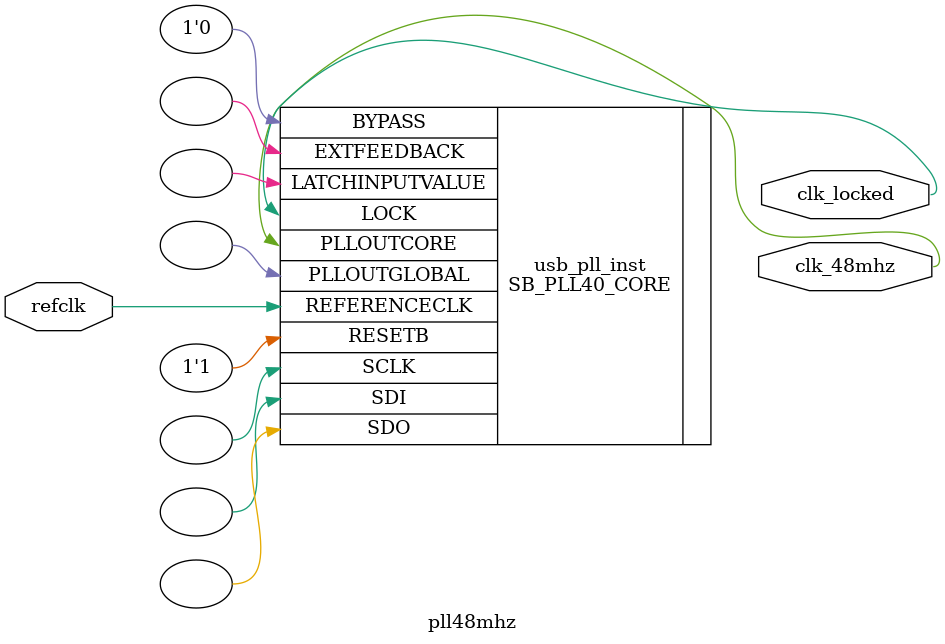
<source format=v>
module pll48mhz(
    input refclk,
    output clk_48mhz,
    output clk_locked
);

SB_PLL40_CORE #(
    .DIVR(4'd0),
    .DIVF(7'd63), // was 47 - 7'b0101111 = 0x2F (31 for first prototype)
    .DIVQ(3'd4),
    .FILTER_RANGE(3'd1),
    .FEEDBACK_PATH("SIMPLE"),
    .DELAY_ADJUSTMENT_MODE_FEEDBACK("FIXED"),
    .FDA_FEEDBACK(4'd0),
    .DELAY_ADJUSTMENT_MODE_RELATIVE("FIXED"),
    .FDA_RELATIVE(4'd0),
    .SHIFTREG_DIV_MODE(2'd0),
    .PLLOUT_SELECT("GENCLK"),
    .ENABLE_ICEGATE(1'b0)
) usb_pll_inst (
    .REFERENCECLK(refclk),
    .PLLOUTCORE(clk_48mhz),
    .PLLOUTGLOBAL(),
    .EXTFEEDBACK(),
    .RESETB(1'b1),
    .BYPASS(1'b0),
    .LATCHINPUTVALUE(),
    .LOCK(clk_locked),
    .SDI(),
    .SDO(),
    .SCLK()
);
endmodule

</source>
